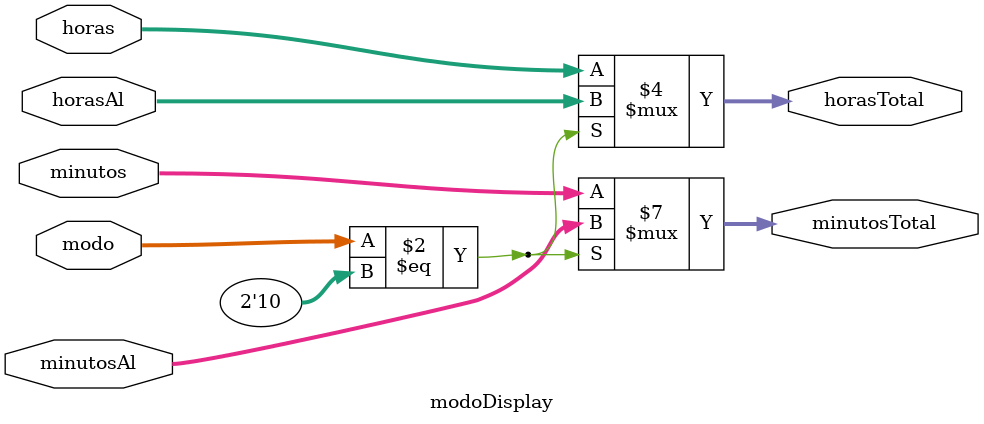
<source format=v>
`timescale 1ns / 1ps
module modoDisplay(modo,minutos,minutosAl,horas,horasAl,minutosTotal,horasTotal);

input [1:0] modo;
input [6:0]minutos,minutosAl;
input [4:0]horas,horasAl;
output reg [6:0] minutosTotal;
output reg [4:0] horasTotal;

always@(*)begin

if(modo==2)begin minutosTotal=minutosAl; horasTotal=horasAl; end
else begin minutosTotal=minutos; horasTotal=horas;end

end



endmodule

</source>
